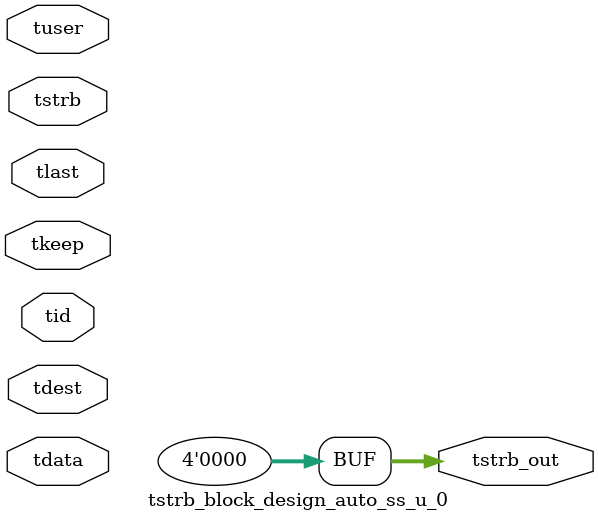
<source format=v>


`timescale 1ps/1ps

module tstrb_block_design_auto_ss_u_0 #
(
parameter C_S_AXIS_TDATA_WIDTH = 32,
parameter C_S_AXIS_TUSER_WIDTH = 0,
parameter C_S_AXIS_TID_WIDTH   = 0,
parameter C_S_AXIS_TDEST_WIDTH = 0,
parameter C_M_AXIS_TDATA_WIDTH = 32
)
(
input  [(C_S_AXIS_TDATA_WIDTH == 0 ? 1 : C_S_AXIS_TDATA_WIDTH)-1:0     ] tdata,
input  [(C_S_AXIS_TUSER_WIDTH == 0 ? 1 : C_S_AXIS_TUSER_WIDTH)-1:0     ] tuser,
input  [(C_S_AXIS_TID_WIDTH   == 0 ? 1 : C_S_AXIS_TID_WIDTH)-1:0       ] tid,
input  [(C_S_AXIS_TDEST_WIDTH == 0 ? 1 : C_S_AXIS_TDEST_WIDTH)-1:0     ] tdest,
input  [(C_S_AXIS_TDATA_WIDTH/8)-1:0 ] tkeep,
input  [(C_S_AXIS_TDATA_WIDTH/8)-1:0 ] tstrb,
input                                                                    tlast,
output [(C_M_AXIS_TDATA_WIDTH/8)-1:0 ] tstrb_out
);

assign tstrb_out = {1'b0};

endmodule


</source>
